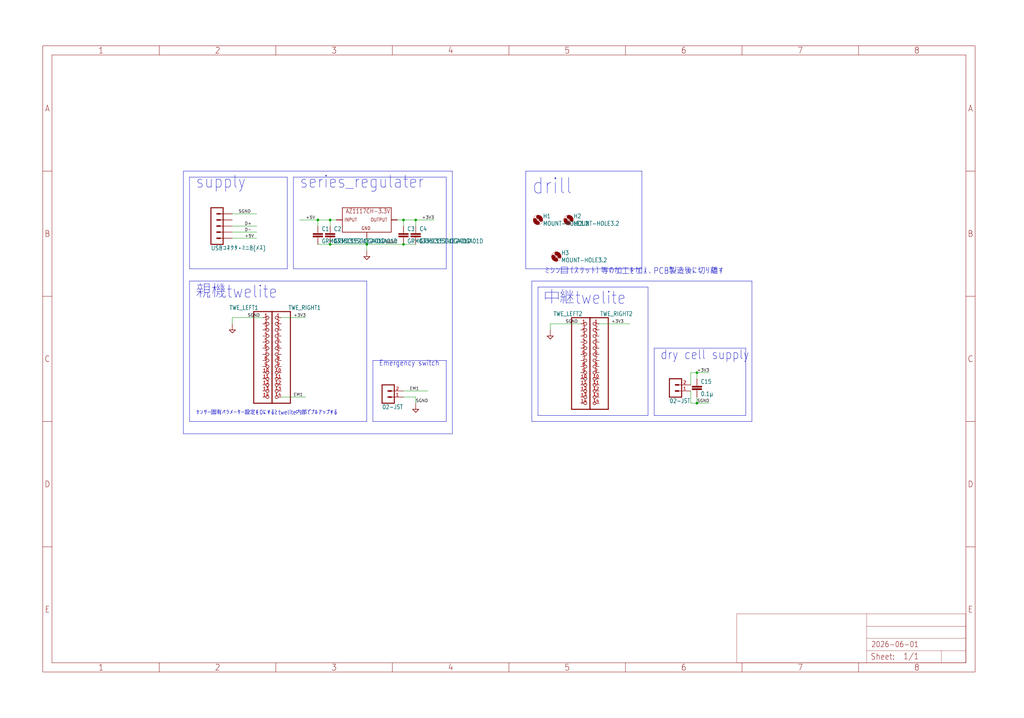
<source format=kicad_sch>
(kicad_sch (version 20230121) (generator eeschema)
  (paper "User" 425.45 298.45)
  (lib_symbols
    (symbol "remote emergency switch-eagle-import:02-JST"
      (symbol "02-JST_1_0"
        (polyline (pts (xy -1.27 2.54) (xy -1.27 -5.08)) (stroke (width 0.4064)))
        (polyline (pts (xy -1.27 2.54) (xy 3.81 2.54)) (stroke (width 0.4064)))
        (polyline (pts (xy 1.27 -2.54) (xy 2.54 -2.54)) (stroke (width 0.6096)))
        (polyline (pts (xy 1.27 0) (xy 2.54 0)) (stroke (width 0.6096)))
        (polyline (pts (xy 3.81 -5.08) (xy -1.27 -5.08)) (stroke (width 0.4064)))
        (polyline (pts (xy 3.81 -5.08) (xy 3.81 2.54)) (stroke (width 0.4064)))
        (pin passive line (at 7.62 -2.54 180) (length 5.08) (name "1") (number "1"))
        (pin passive line (at 7.62 0 180) (length 5.08) (name "2") (number "2"))
      )
    )
    (symbol "remote emergency switch-eagle-import:A3L-LOC"
      (symbol "A3L-LOC_1_0"
        (polyline (pts (xy 0 52.07) (xy 3.81 52.07)))
        (polyline (pts (xy 0 104.14) (xy 3.81 104.14)))
        (polyline (pts (xy 0 156.21) (xy 3.81 156.21)))
        (polyline (pts (xy 0 208.28) (xy 3.81 208.28)))
        (polyline (pts (xy 3.81 3.81) (xy 3.81 256.54)))
        (polyline (pts (xy 48.4188 0) (xy 48.4188 3.81)))
        (polyline (pts (xy 48.4188 256.54) (xy 48.4188 260.35)))
        (polyline (pts (xy 96.8375 0) (xy 96.8375 3.81)))
        (polyline (pts (xy 96.8375 256.54) (xy 96.8375 260.35)))
        (polyline (pts (xy 145.2563 0) (xy 145.2563 3.81)))
        (polyline (pts (xy 145.2563 256.54) (xy 145.2563 260.35)))
        (polyline (pts (xy 193.675 0) (xy 193.675 3.81)))
        (polyline (pts (xy 193.675 256.54) (xy 193.675 260.35)))
        (polyline (pts (xy 242.0938 0) (xy 242.0938 3.81)))
        (polyline (pts (xy 242.0938 256.54) (xy 242.0938 260.35)))
        (polyline (pts (xy 288.29 3.81) (xy 288.29 24.13)) (stroke (width 0.1016)))
        (polyline (pts (xy 288.29 3.81) (xy 342.265 3.81)) (stroke (width 0.1016)))
        (polyline (pts (xy 288.29 24.13) (xy 342.265 24.13)) (stroke (width 0.1016)))
        (polyline (pts (xy 290.5125 0) (xy 290.5125 3.81)))
        (polyline (pts (xy 290.5125 256.54) (xy 290.5125 260.35)))
        (polyline (pts (xy 338.9313 0) (xy 338.9313 3.81)))
        (polyline (pts (xy 338.9313 256.54) (xy 338.9313 260.35)))
        (polyline (pts (xy 342.265 3.81) (xy 373.38 3.81)) (stroke (width 0.1016)))
        (polyline (pts (xy 342.265 8.89) (xy 342.265 3.81)) (stroke (width 0.1016)))
        (polyline (pts (xy 342.265 8.89) (xy 342.265 13.97)) (stroke (width 0.1016)))
        (polyline (pts (xy 342.265 13.97) (xy 342.265 19.05)) (stroke (width 0.1016)))
        (polyline (pts (xy 342.265 13.97) (xy 383.54 13.97)) (stroke (width 0.1016)))
        (polyline (pts (xy 342.265 19.05) (xy 342.265 24.13)) (stroke (width 0.1016)))
        (polyline (pts (xy 342.265 19.05) (xy 383.54 19.05)) (stroke (width 0.1016)))
        (polyline (pts (xy 342.265 24.13) (xy 383.54 24.13)) (stroke (width 0.1016)))
        (polyline (pts (xy 373.38 3.81) (xy 373.38 8.89)) (stroke (width 0.1016)))
        (polyline (pts (xy 373.38 3.81) (xy 383.54 3.81)) (stroke (width 0.1016)))
        (polyline (pts (xy 373.38 8.89) (xy 342.265 8.89)) (stroke (width 0.1016)))
        (polyline (pts (xy 373.38 8.89) (xy 383.54 8.89)) (stroke (width 0.1016)))
        (polyline (pts (xy 383.54 3.81) (xy 3.81 3.81)))
        (polyline (pts (xy 383.54 3.81) (xy 383.54 8.89)) (stroke (width 0.1016)))
        (polyline (pts (xy 383.54 3.81) (xy 383.54 256.54)))
        (polyline (pts (xy 383.54 8.89) (xy 383.54 13.97)) (stroke (width 0.1016)))
        (polyline (pts (xy 383.54 13.97) (xy 383.54 19.05)) (stroke (width 0.1016)))
        (polyline (pts (xy 383.54 19.05) (xy 383.54 24.13)) (stroke (width 0.1016)))
        (polyline (pts (xy 383.54 52.07) (xy 387.35 52.07)))
        (polyline (pts (xy 383.54 104.14) (xy 387.35 104.14)))
        (polyline (pts (xy 383.54 156.21) (xy 387.35 156.21)))
        (polyline (pts (xy 383.54 208.28) (xy 387.35 208.28)))
        (polyline (pts (xy 383.54 256.54) (xy 3.81 256.54)))
        (polyline (pts (xy 0 0) (xy 387.35 0) (xy 387.35 260.35) (xy 0 260.35) (xy 0 0)))
        (text "${#}/${##}" (at 357.505 5.08 0) (effects (font (size 2.54 2.159)) (justify left bottom)))
        (text "${CURRENT_DATE}" (at 344.17 10.16 0) (effects (font (size 2.286 1.9431)) (justify left bottom)))
        (text "${PROJECTNAME}" (at 344.17 15.24 0) (effects (font (size 2.54 2.159)) (justify left bottom)))
        (text "1" (at 24.2094 1.905 0) (effects (font (size 2.54 2.286))))
        (text "1" (at 24.2094 258.445 0) (effects (font (size 2.54 2.286))))
        (text "2" (at 72.6281 1.905 0) (effects (font (size 2.54 2.286))))
        (text "2" (at 72.6281 258.445 0) (effects (font (size 2.54 2.286))))
        (text "3" (at 121.0469 1.905 0) (effects (font (size 2.54 2.286))))
        (text "3" (at 121.0469 258.445 0) (effects (font (size 2.54 2.286))))
        (text "4" (at 169.4656 1.905 0) (effects (font (size 2.54 2.286))))
        (text "4" (at 169.4656 258.445 0) (effects (font (size 2.54 2.286))))
        (text "5" (at 217.8844 1.905 0) (effects (font (size 2.54 2.286))))
        (text "5" (at 217.8844 258.445 0) (effects (font (size 2.54 2.286))))
        (text "6" (at 266.3031 1.905 0) (effects (font (size 2.54 2.286))))
        (text "6" (at 266.3031 258.445 0) (effects (font (size 2.54 2.286))))
        (text "7" (at 314.7219 1.905 0) (effects (font (size 2.54 2.286))))
        (text "7" (at 314.7219 258.445 0) (effects (font (size 2.54 2.286))))
        (text "8" (at 363.1406 1.905 0) (effects (font (size 2.54 2.286))))
        (text "8" (at 363.1406 258.445 0) (effects (font (size 2.54 2.286))))
        (text "A" (at 1.905 234.315 0) (effects (font (size 2.54 2.286))))
        (text "A" (at 385.445 234.315 0) (effects (font (size 2.54 2.286))))
        (text "B" (at 1.905 182.245 0) (effects (font (size 2.54 2.286))))
        (text "B" (at 385.445 182.245 0) (effects (font (size 2.54 2.286))))
        (text "C" (at 1.905 130.175 0) (effects (font (size 2.54 2.286))))
        (text "C" (at 385.445 130.175 0) (effects (font (size 2.54 2.286))))
        (text "D" (at 1.905 78.105 0) (effects (font (size 2.54 2.286))))
        (text "D" (at 385.445 78.105 0) (effects (font (size 2.54 2.286))))
        (text "E" (at 1.905 26.035 0) (effects (font (size 2.54 2.286))))
        (text "E" (at 385.445 26.035 0) (effects (font (size 2.54 2.286))))
        (text "Sheet:" (at 343.916 4.953 0) (effects (font (size 2.54 2.159)) (justify left bottom)))
      )
    )
    (symbol "remote emergency switch-eagle-import:C-EU025-024X044"
      (property "Reference" "C" (at 1.524 0.381 0))
      (symbol "C-EU025-024X044_1_0"
        (rectangle (start -2.032 -2.032) (end 2.032 -1.524) (fill (type outline)))
        (rectangle (start -2.032 -1.016) (end 2.032 -0.508) (fill (type outline)))
        (polyline (pts (xy 0 -2.54) (xy 0 -2.032)) (stroke (width 0.1524)))
        (polyline (pts (xy 0 0) (xy 0 -0.508)) (stroke (width 0.1524)))
        (pin passive line (at 0 2.54 270) (length 2.54) (name "1") (number "1"))
        (pin passive line (at 0 -5.08 90) (length 2.54) (name "2") (number "2"))
      )
    )
    (symbol "remote emergency switch-eagle-import:GND" (power)
      (property "Value" "GND" (at -1.905 -3.175 0))
      (symbol "GND_1_0"
        (polyline (pts (xy -1.27 0) (xy 1.27 0)) (stroke (width 0.254)))
        (polyline (pts (xy 0 -1.27) (xy -1.27 0)) (stroke (width 0.254)))
        (polyline (pts (xy 1.27 0) (xy 0 -1.27)) (stroke (width 0.254)))
        (pin power_in line (at 0 2.54 270) (length 2.54) (name "GND") (number "1"))
      )
    )
    (symbol "remote emergency switch-eagle-import:GRM0335C1E240GA01D"
      (property "Reference" "C" (at 1.524 0.381 0))
      (symbol "GRM0335C1E240GA01D_1_0"
        (rectangle (start -2.032 -2.032) (end 2.032 -1.524) (fill (type outline)))
        (rectangle (start -2.032 -1.016) (end 2.032 -0.508) (fill (type outline)))
        (polyline (pts (xy 0 -2.54) (xy 0 -2.032)) (stroke (width 0.1524)))
        (polyline (pts (xy 0 0) (xy 0 -0.508)) (stroke (width 0.1524)))
        (pin passive line (at 0 2.54 270) (length 2.54) (name "1") (number "1"))
        (pin passive line (at 0 -5.08 90) (length 2.54) (name "2") (number "2"))
      )
    )
    (symbol "remote emergency switch-eagle-import:MOUNT-HOLE3.2"
      (property "Reference" "H" (at 2.032 0.5842 0))
      (symbol "MOUNT-HOLE3.2_1_0"
        (arc (start -1.27 0) (mid -0.898 -0.898) (end 0 -1.27) (stroke (width 1.524)))
        (polyline (pts (xy -0.508 0) (xy 0.508 0)) (stroke (width 0.0508)))
        (polyline (pts (xy 0 0.508) (xy 0 -0.508)) (stroke (width 0.0508)))
        (circle (center 0 0) (radius 0.508) (stroke (width 0.0508)))
        (circle (center 0 0) (radius 2.032) (stroke (width 0.0508)))
        (arc (start 1.27 0) (mid 0.898 0.898) (end 0 1.27) (stroke (width 1.524)))
      )
    )
    (symbol "remote emergency switch-eagle-import:PINHD-1X14"
      (property "Reference" "JP" (at -6.35 18.415 0))
      (symbol "PINHD-1X14_1_0"
        (polyline (pts (xy -6.35 -20.32) (xy 1.27 -20.32)) (stroke (width 0.4064)))
        (polyline (pts (xy -6.35 17.78) (xy -6.35 -20.32)) (stroke (width 0.4064)))
        (polyline (pts (xy 1.27 -20.32) (xy 1.27 17.78)) (stroke (width 0.4064)))
        (polyline (pts (xy 1.27 17.78) (xy -6.35 17.78)) (stroke (width 0.4064)))
        (pin passive inverted (at -2.54 15.24 0) (length 2.54) (name "1") (number "1"))
        (pin passive inverted (at -2.54 -7.62 0) (length 2.54) (name "10") (number "10"))
        (pin passive inverted (at -2.54 -10.16 0) (length 2.54) (name "11") (number "11"))
        (pin passive inverted (at -2.54 -12.7 0) (length 2.54) (name "12") (number "12"))
        (pin passive inverted (at -2.54 -15.24 0) (length 2.54) (name "13") (number "13"))
        (pin passive inverted (at -2.54 -17.78 0) (length 2.54) (name "14") (number "14"))
        (pin passive inverted (at -2.54 12.7 0) (length 2.54) (name "2") (number "2"))
        (pin passive inverted (at -2.54 10.16 0) (length 2.54) (name "3") (number "3"))
        (pin passive inverted (at -2.54 7.62 0) (length 2.54) (name "4") (number "4"))
        (pin passive inverted (at -2.54 5.08 0) (length 2.54) (name "5") (number "5"))
        (pin passive inverted (at -2.54 2.54 0) (length 2.54) (name "6") (number "6"))
        (pin passive inverted (at -2.54 0 0) (length 2.54) (name "7") (number "7"))
        (pin passive inverted (at -2.54 -2.54 0) (length 2.54) (name "8") (number "8"))
        (pin passive inverted (at -2.54 -5.08 0) (length 2.54) (name "9") (number "9"))
      )
    )
    (symbol "remote emergency switch-eagle-import:ＡＺ１１１７ＣＨ－３．３ＴＲＧ１"
      (symbol "ＡＺ１１１７ＣＨ－３．３ＴＲＧ１_1_0"
        (polyline (pts (xy -10.16 -5.08) (xy -10.16 0)) (stroke (width 0.254)))
        (polyline (pts (xy -10.16 0) (xy -12.7 0)) (stroke (width 0.254)))
        (polyline (pts (xy -10.16 0) (xy -10.16 5.08)) (stroke (width 0.254)))
        (polyline (pts (xy -10.16 5.08) (xy 10.16 5.08)) (stroke (width 0.254)))
        (polyline (pts (xy 0 -5.08) (xy -10.16 -5.08)) (stroke (width 0.254)))
        (polyline (pts (xy 0 -5.08) (xy 0 -7.62)) (stroke (width 0.254)))
        (polyline (pts (xy 10.16 -5.08) (xy 0 -5.08)) (stroke (width 0.254)))
        (polyline (pts (xy 10.16 0) (xy 10.16 -5.08)) (stroke (width 0.254)))
        (polyline (pts (xy 10.16 0) (xy 12.7 0)) (stroke (width 0.254)))
        (polyline (pts (xy 10.16 5.08) (xy 10.16 0)) (stroke (width 0.254)))
        (text "AZ1117CH-3.3V" (at -8.8138 2.6162 0) (effects (font (size 1.778 1.5113)) (justify left bottom)))
        (text "GND" (at -2.286 -4.318 0) (effects (font (size 1.4224 1.209)) (justify left bottom)))
        (text "INPUT" (at -9.398 -0.762 0) (effects (font (size 1.4224 1.209)) (justify left bottom)))
        (text "OUTPUT" (at 1.524 -0.762 0) (effects (font (size 1.4224 1.209)) (justify left bottom)))
        (pin bidirectional line (at 0 -7.62 90) (length 2.54) (name "GND") (number "ADJ/GND"))
        (pin bidirectional line (at -12.7 0 0) (length 2.54) (name "INPUT") (number "INPUT"))
        (pin bidirectional line (at 12.7 0 180) (length 2.54) (name "OUTPUT") (number "OUTPUT"))
        (pin bidirectional line (at 12.7 0 180) (length 2.54) (name "OUTPUT") (number "VOUT"))
      )
    )
    (symbol "remote emergency switch-eagle-import:ＵＳＢコネクタ・ミニＢ(メス)"
      (symbol "ＵＳＢコネクタ・ミニＢ(メス)_1_0"
        (polyline (pts (xy -1.27 7.62) (xy -1.27 -7.62)) (stroke (width 0.4064)))
        (polyline (pts (xy -1.27 7.62) (xy 3.81 7.62)) (stroke (width 0.4064)))
        (polyline (pts (xy 1.27 -5.08) (xy 2.54 -5.08)) (stroke (width 0.6096)))
        (polyline (pts (xy 1.27 -2.54) (xy 2.54 -2.54)) (stroke (width 0.6096)))
        (polyline (pts (xy 1.27 0) (xy 2.54 0)) (stroke (width 0.6096)))
        (polyline (pts (xy 1.27 2.54) (xy 2.54 2.54)) (stroke (width 0.6096)))
        (polyline (pts (xy 1.27 5.08) (xy 2.54 5.08)) (stroke (width 0.6096)))
        (polyline (pts (xy 3.81 -7.62) (xy -1.27 -7.62)) (stroke (width 0.4064)))
        (polyline (pts (xy 3.81 -7.62) (xy 3.81 7.62)) (stroke (width 0.4064)))
        (pin passive line (at 7.62 0 180) (length 5.08) (name "3") (number "D+"))
        (pin passive line (at 7.62 -2.54 180) (length 5.08) (name "2") (number "D-"))
        (pin passive line (at 7.62 5.08 180) (length 5.08) (name "5") (number "GND"))
        (pin passive line (at 7.62 2.54 180) (length 5.08) (name "4") (number "ID"))
        (pin passive line (at 7.62 -5.08 180) (length 5.08) (name "1") (number "VBUS"))
      )
    )
  )
  (junction (at 152.4 101.6))
  (junction (at 172.72 91.44))
  (junction (at 289.56 167.64))
  (junction (at 289.56 154.94))
  (junction (at 137.16 91.44))
  (junction (at 167.64 101.6))
  (junction (at 137.16 101.6))
  (junction (at 132.08 91.44))
  (junction (at 167.64 91.44))
  (polyline (pts (xy 78.74 175.26) (xy 152.4 175.26)) (stroke (width 0.1524) (type solid)))
  (wire (pts (xy 165.1 91.44) (xy 167.64 91.44)) (stroke (width 0.1524)))
  (polyline (pts (xy 119.38 111.76) (xy 119.38 73.66)) (stroke (width 0.1524) (type solid)))
  (polyline (pts (xy 271.78 172.72) (xy 309.88 172.72)) (stroke (width 0.1524) (type solid)))
  (polyline (pts (xy 187.96 180.34) (xy 76.2 180.34)) (stroke (width 0.1524) (type solid)))
  (wire (pts (xy 287.02 154.94) (xy 289.56 154.94)) (stroke (width 0.1524)))
  (polyline (pts (xy 76.2 180.34) (xy 76.2 71.12)) (stroke (width 0.1524) (type solid)))
  (polyline (pts (xy 152.4 116.84) (xy 78.74 116.84)) (stroke (width 0.1524) (type solid)))
  (polyline (pts (xy 121.92 73.66) (xy 121.92 111.76)) (stroke (width 0.1524) (type solid)))
  (polyline (pts (xy 266.7 111.76) (xy 218.44 111.76)) (stroke (width 0.1524) (type solid)))
  (wire (pts (xy 241.3 134.62) (xy 228.6 134.62)) (stroke (width 0.1524)))
  (wire (pts (xy 167.64 91.44) (xy 172.72 91.44)) (stroke (width 0.1524)))
  (wire (pts (xy 96.52 134.62) (xy 96.52 132.08)) (stroke (width 0.1524)))
  (wire (pts (xy 132.08 93.98) (xy 132.08 91.44)) (stroke (width 0.1524)))
  (wire (pts (xy 289.56 165.1) (xy 289.56 167.64)) (stroke (width 0.1524)))
  (wire (pts (xy 96.52 96.52) (xy 106.68 96.52)) (stroke (width 0.1524)))
  (wire (pts (xy 172.72 91.44) (xy 180.34 91.44)) (stroke (width 0.1524)))
  (polyline (pts (xy 119.38 73.66) (xy 78.74 73.66)) (stroke (width 0.1524) (type solid)))
  (wire (pts (xy 287.02 162.56) (xy 287.02 167.64)) (stroke (width 0.1524)))
  (polyline (pts (xy 269.24 172.72) (xy 269.24 119.38)) (stroke (width 0.1524) (type solid)))
  (wire (pts (xy 96.52 88.9) (xy 106.68 88.9)) (stroke (width 0.1524)))
  (polyline (pts (xy 154.94 175.26) (xy 154.94 149.86)) (stroke (width 0.1524) (type solid)))
  (polyline (pts (xy 223.52 119.38) (xy 223.52 172.72)) (stroke (width 0.1524) (type solid)))
  (polyline (pts (xy 309.88 144.78) (xy 271.78 144.78)) (stroke (width 0.1524) (type solid)))
  (polyline (pts (xy 223.52 172.72) (xy 269.24 172.72)) (stroke (width 0.1524) (type solid)))
  (wire (pts (xy 167.64 93.98) (xy 167.64 91.44)) (stroke (width 0.1524)))
  (polyline (pts (xy 185.42 149.86) (xy 185.42 175.26)) (stroke (width 0.1524) (type solid)))
  (polyline (pts (xy 269.24 119.38) (xy 223.52 119.38)) (stroke (width 0.1524) (type solid)))
  (wire (pts (xy 96.52 132.08) (xy 109.22 132.08)) (stroke (width 0.1524)))
  (polyline (pts (xy 218.44 71.12) (xy 266.7 71.12)) (stroke (width 0.1524) (type solid)))
  (polyline (pts (xy 185.42 73.66) (xy 121.92 73.66)) (stroke (width 0.1524) (type solid)))
  (wire (pts (xy 289.56 154.94) (xy 294.64 154.94)) (stroke (width 0.1524)))
  (polyline (pts (xy 187.96 71.12) (xy 187.96 180.34)) (stroke (width 0.1524) (type solid)))
  (wire (pts (xy 287.02 167.64) (xy 289.56 167.64)) (stroke (width 0.1524)))
  (wire (pts (xy 289.56 167.64) (xy 294.64 167.64)) (stroke (width 0.1524)))
  (wire (pts (xy 116.84 132.08) (xy 127 132.08)) (stroke (width 0.1524)))
  (wire (pts (xy 287.02 160.02) (xy 287.02 154.94)) (stroke (width 0.1524)))
  (wire (pts (xy 152.4 99.06) (xy 152.4 101.6)) (stroke (width 0.1524)))
  (polyline (pts (xy 121.92 111.76) (xy 185.42 111.76)) (stroke (width 0.1524) (type solid)))
  (polyline (pts (xy 309.88 172.72) (xy 309.88 144.78)) (stroke (width 0.1524) (type solid)))
  (wire (pts (xy 132.08 91.44) (xy 124.46 91.44)) (stroke (width 0.1524)))
  (polyline (pts (xy 220.98 175.26) (xy 220.98 116.84)) (stroke (width 0.1524) (type solid)))
  (polyline (pts (xy 154.94 149.86) (xy 185.42 149.86)) (stroke (width 0.1524) (type solid)))
  (polyline (pts (xy 271.78 144.78) (xy 271.78 172.72)) (stroke (width 0.1524) (type solid)))
  (polyline (pts (xy 218.44 111.76) (xy 218.44 71.12)) (stroke (width 0.1524) (type solid)))
  (wire (pts (xy 96.52 99.06) (xy 106.68 99.06)) (stroke (width 0.1524)))
  (wire (pts (xy 139.7 91.44) (xy 137.16 91.44)) (stroke (width 0.1524)))
  (wire (pts (xy 116.84 165.1) (xy 127 165.1)) (stroke (width 0.1524)))
  (wire (pts (xy 132.08 101.6) (xy 137.16 101.6)) (stroke (width 0.1524)))
  (wire (pts (xy 228.6 134.62) (xy 228.6 137.16)) (stroke (width 0.1524)))
  (wire (pts (xy 137.16 101.6) (xy 152.4 101.6)) (stroke (width 0.1524)))
  (wire (pts (xy 167.64 101.6) (xy 172.72 101.6)) (stroke (width 0.1524)))
  (wire (pts (xy 96.52 93.98) (xy 106.68 93.98)) (stroke (width 0.1524)))
  (wire (pts (xy 137.16 93.98) (xy 137.16 91.44)) (stroke (width 0.1524)))
  (wire (pts (xy 172.72 93.98) (xy 172.72 91.44)) (stroke (width 0.1524)))
  (polyline (pts (xy 312.42 116.84) (xy 312.42 175.26)) (stroke (width 0.1524) (type solid)))
  (polyline (pts (xy 78.74 111.76) (xy 119.38 111.76)) (stroke (width 0.1524) (type solid)))
  (wire (pts (xy 289.56 157.48) (xy 289.56 154.94)) (stroke (width 0.1524)))
  (polyline (pts (xy 78.74 73.66) (xy 78.74 111.76)) (stroke (width 0.1524) (type solid)))
  (wire (pts (xy 172.72 165.1) (xy 172.72 167.64)) (stroke (width 0.1524)))
  (polyline (pts (xy 152.4 175.26) (xy 152.4 116.84)) (stroke (width 0.1524) (type solid)))
  (wire (pts (xy 167.64 101.6) (xy 152.4 101.6)) (stroke (width 0.1524)))
  (polyline (pts (xy 78.74 116.84) (xy 78.74 175.26)) (stroke (width 0.1524) (type solid)))
  (polyline (pts (xy 312.42 175.26) (xy 220.98 175.26)) (stroke (width 0.1524) (type solid)))
  (polyline (pts (xy 220.98 116.84) (xy 312.42 116.84)) (stroke (width 0.1524) (type solid)))
  (wire (pts (xy 152.4 101.6) (xy 152.4 104.14)) (stroke (width 0.1524)))
  (polyline (pts (xy 185.42 111.76) (xy 185.42 73.66)) (stroke (width 0.1524) (type solid)))
  (wire (pts (xy 167.64 162.56) (xy 177.8 162.56)) (stroke (width 0.1524)))
  (wire (pts (xy 248.92 134.62) (xy 261.62 134.62)) (stroke (width 0.1524)))
  (polyline (pts (xy 185.42 175.26) (xy 154.94 175.26)) (stroke (width 0.1524) (type solid)))
  (wire (pts (xy 167.64 165.1) (xy 172.72 165.1)) (stroke (width 0.1524)))
  (polyline (pts (xy 76.2 71.12) (xy 187.96 71.12)) (stroke (width 0.1524) (type solid)))
  (wire (pts (xy 137.16 91.44) (xy 132.08 91.44)) (stroke (width 0.1524)))
  (polyline (pts (xy 266.7 71.12) (xy 266.7 111.76)) (stroke (width 0.1524) (type solid)))
  (text "dry cell supply" (at 274.32 149.86 0) (effects (font (size 3.81 3.2385)) (justify left bottom)))
  (text "ミシン目（スリット）等の加工を加え、PCB製造後に切り離す" (at 226.06 114.3 0) (effects (font (size 2.54 2.159)) (justify left bottom)))
  (text "series_regulater" (at 124.46 78.74 0) (effects (font (size 5.08 4.318)) (justify left bottom)))
  (text "親機twelite" (at 81.28 124.46 0) (effects (font (size 5.08 4.318)) (justify left bottom)))
  (text "drill" (at 220.98 81.28 0) (effects (font (size 6.4516 5.4838)) (justify left bottom)))
  (text "中継twelite" (at 226.06 127 0) (effects (font (size 5.08 4.318)) (justify left bottom)))
  (text "Emergency switch" (at 157.48 152.4 0) (effects (font (size 2.1844 1.8567)) (justify left bottom)))
  (text "supply" (at 81.28 78.74 0) (effects (font (size 5.08 4.318)) (justify left bottom)))
  (text "センサー固有パラメーター設定を０にするとtwelite内部でプルアップする" (at 81.28 172.72 0) (effects (font (size 1.778 1.5113)) (justify left bottom)))
  (label "+5V" (at 101.6 99.06 0) (effects (font (size 1.2446 1.2446))))
  (label "+5V" (at 127 91.44 0) (effects (font (size 1.2446 1.2446))))
  (label "+3V3" (at 175.26 91.44 0) (effects (font (size 1.2446 1.2446))))
  (label "SGND" (at 172.72 167.64 0) (effects (font (size 1.2446 1.2446))))
  (label "SGND" (at 234.95 134.62 0) (effects (font (size 1.2446 1.2446))))
  (label "SGND" (at 160.02 101.6 0) (effects (font (size 1.2446 1.2446))))
  (label "SGND" (at 102.87 132.08 0) (effects (font (size 1.2446 1.2446))))
  (label "+3V3" (at 254 134.62 0) (effects (font (size 1.2446 1.2446))))
  (label "D-" (at 101.6 96.52 0) (effects (font (size 1.2446 1.2446))))
  (label "SGND" (at 99.06 88.9 0) (effects (font (size 1.2446 1.2446))))
  (label "D+" (at 101.6 93.98 0) (effects (font (size 1.2446 1.2446))))
  (label "EM1" (at 121.92 165.1 0) (effects (font (size 1.2446 1.2446))))
  (label "EM1" (at 170.18 162.56 0) (effects (font (size 1.2446 1.2446))))
  (label "+3V3" (at 121.92 132.08 0) (effects (font (size 1.2446 1.2446))))
  (label "+3V3" (at 289.56 154.94 0) (effects (font (size 1.2446 1.2446))))
  (label "SGND" (at 289.56 167.64 0) (effects (font (size 1.2446 1.2446))))
  (symbol (lib_id "remote emergency switch-eagle-import:GND") (at 152.4 106.68 0) (unit 1)
    (property "Reference" "#SUPPLY17" (effects hide))
    (property "Value" "GND" (effects hide))
  )
  (symbol (lib_id "remote emergency switch-eagle-import:PINHD-1X14") (at 246.38 149.86 0) (mirror y) (unit 1)
    (property "Reference" "TWE_RIGHT2" (at 262.89 131.445 0) (effects (font (size 1.778 1.5113)) (justify left bottom)))
    (property "Value" "PINHD-1X14" (effects hide))
    (property "Footprint" "remote emergency switch:1X14" (effects hide))
  )
  (symbol (lib_id "remote emergency switch-eagle-import:A3L-LOC") (at 17.78 279.4 0) (unit 1)
    (property "Reference" "#FRAME1" (effects hide))
    (property "Value" "A3L-LOC" (effects hide))
  )
  (symbol (lib_id "remote emergency switch-eagle-import:GND") (at 96.52 137.16 0) (unit 1)
    (property "Reference" "#SUPPLY15" (effects hide))
    (property "Value" "GND" (effects hide))
  )
  (symbol (lib_id "remote emergency switch-eagle-import:GRM0335C1E240GA01D") (at 167.64 96.52 0) (unit 1)
    (property "Reference" "C3" (at 169.164 96.139 0) (effects (font (size 1.778 1.5113)) (justify left bottom)))
    (property "Value" "GRM0335C1E240GA01D" (at 169.164 101.219 0) (effects (font (size 1.778 1.5113)) (justify left bottom)))
    (property "Footprint" "remote emergency switch:GRM0335C1E240GA01D" (effects hide))
  )
  (symbol (lib_id "remote emergency switch-eagle-import:GRM0335C1E240GA01D") (at 172.72 96.52 0) (unit 1)
    (property "Reference" "C4" (at 174.244 96.139 0) (effects (font (size 1.778 1.5113)) (justify left bottom)))
    (property "Value" "GRM0335C1E240GA01D" (at 174.244 101.219 0) (effects (font (size 1.778 1.5113)) (justify left bottom)))
    (property "Footprint" "remote emergency switch:GRM0335C1E240GA01D" (effects hide))
  )
  (symbol (lib_id "remote emergency switch-eagle-import:GRM0335C1E240GA01D") (at 137.16 96.52 0) (unit 1)
    (property "Reference" "C2" (at 138.684 96.139 0) (effects (font (size 1.778 1.5113)) (justify left bottom)))
    (property "Value" "GRM0335C1E240GA01D" (at 138.684 101.219 0) (effects (font (size 1.778 1.5113)) (justify left bottom)))
    (property "Footprint" "remote emergency switch:GRM0335C1E240GA01D" (effects hide))
  )
  (symbol (lib_id "remote emergency switch-eagle-import:GND") (at 228.6 139.7 0) (unit 1)
    (property "Reference" "#SUPPLY9" (effects hide))
    (property "Value" "GND" (effects hide))
  )
  (symbol (lib_id "remote emergency switch-eagle-import:MOUNT-HOLE3.2") (at 231.14 106.68 0) (unit 1)
    (property "Reference" "H3" (at 233.172 106.0958 0) (effects (font (size 1.778 1.5113)) (justify left bottom)))
    (property "Value" "MOUNT-HOLE3.2" (at 233.172 109.1438 0) (effects (font (size 1.778 1.5113)) (justify left bottom)))
    (property "Footprint" "remote emergency switch:3,2" (effects hide))
  )
  (symbol (lib_id "remote emergency switch-eagle-import:ＵＳＢコネクタ・ミニＢ(メス)") (at 88.9 93.98 0) (unit 1)
    (property "Reference" "DEVICE0" (effects hide))
    (property "Value" "ＵＳＢコネクタ・ミニＢ(メス)" (at 87.63 104.14 0) (effects (font (size 1.778 1.5113)) (justify left bottom)))
    (property "Footprint" "remote emergency switch:ＵＳＢコネクタ・ミニＢ(メス)" (effects hide))
  )
  (symbol (lib_id "remote emergency switch-eagle-import:02-JST") (at 160.02 162.56 0) (unit 1)
    (property "Reference" "EME1" (effects hide))
    (property "Value" "02-JST" (at 158.75 170.18 0) (effects (font (size 1.778 1.5113)) (justify left bottom)))
    (property "Footprint" "remote emergency switch:B2B-XH" (effects hide))
  )
  (symbol (lib_id "remote emergency switch-eagle-import:ＡＺ１１１７ＣＨ－３．３ＴＲＧ１") (at 152.4 91.44 0) (unit 1)
    (property "Reference" "REGYURETA0" (effects hide))
    (property "Value" "ＡＺ１１１７ＣＨ－３．３ＴＲＧ１" (effects hide))
    (property "Footprint" "remote emergency switch:ＡＺ１１１７ＣＨ－３．３ＴＲＧ１" (effects hide))
  )
  (symbol (lib_id "remote emergency switch-eagle-import:PINHD-1X14") (at 243.84 149.86 0) (unit 1)
    (property "Reference" "TWE_LEFT2" (at 229.87 131.445 0) (effects (font (size 1.778 1.5113)) (justify left bottom)))
    (property "Value" "PINHD-1X14" (effects hide))
    (property "Footprint" "remote emergency switch:1X14" (effects hide))
  )
  (symbol (lib_id "remote emergency switch-eagle-import:MOUNT-HOLE3.2") (at 223.52 91.44 0) (unit 1)
    (property "Reference" "H1" (at 225.552 90.8558 0) (effects (font (size 1.778 1.5113)) (justify left bottom)))
    (property "Value" "MOUNT-HOLE3.2" (at 225.552 93.9038 0) (effects (font (size 1.778 1.5113)) (justify left bottom)))
    (property "Footprint" "remote emergency switch:3,2" (effects hide))
  )
  (symbol (lib_id "remote emergency switch-eagle-import:PINHD-1X14") (at 114.3 147.32 0) (mirror y) (unit 1)
    (property "Reference" "TWE_RIGHT1" (at 133.35 128.905 0) (effects (font (size 1.778 1.5113)) (justify left bottom)))
    (property "Value" "PINHD-1X14" (effects hide))
    (property "Footprint" "remote emergency switch:1X14" (effects hide))
  )
  (symbol (lib_id "remote emergency switch-eagle-import:MOUNT-HOLE3.2") (at 236.22 91.44 0) (unit 1)
    (property "Reference" "H2" (at 238.252 90.8558 0) (effects (font (size 1.778 1.5113)) (justify left bottom)))
    (property "Value" "MOUNT-HOLE3.2" (at 238.252 93.9038 0) (effects (font (size 1.778 1.5113)) (justify left bottom)))
    (property "Footprint" "remote emergency switch:3,2" (effects hide))
  )
  (symbol (lib_id "remote emergency switch-eagle-import:PINHD-1X14") (at 111.76 147.32 0) (unit 1)
    (property "Reference" "TWE_LEFT1" (at 95.25 128.905 0) (effects (font (size 1.778 1.5113)) (justify left bottom)))
    (property "Value" "PINHD-1X14" (effects hide))
    (property "Footprint" "remote emergency switch:1X14" (effects hide))
  )
  (symbol (lib_id "remote emergency switch-eagle-import:GND") (at 172.72 170.18 0) (unit 1)
    (property "Reference" "#SUPPLY14" (effects hide))
    (property "Value" "GND" (effects hide))
  )
  (symbol (lib_id "remote emergency switch-eagle-import:02-JST") (at 279.4 160.02 0) (unit 1)
    (property "Reference" "CELL_SUPPLY0" (effects hide))
    (property "Value" "02-JST" (at 278.13 167.64 0) (effects (font (size 1.778 1.5113)) (justify left bottom)))
    (property "Footprint" "remote emergency switch:B2B-XH" (effects hide))
  )
  (symbol (lib_id "remote emergency switch-eagle-import:GRM0335C1E240GA01D") (at 132.08 96.52 0) (unit 1)
    (property "Reference" "C1" (at 133.604 96.139 0) (effects (font (size 1.778 1.5113)) (justify left bottom)))
    (property "Value" "GRM0335C1E240GA01D" (at 133.604 101.219 0) (effects (font (size 1.778 1.5113)) (justify left bottom)))
    (property "Footprint" "remote emergency switch:GRM0335C1E240GA01D" (effects hide))
  )
  (symbol (lib_id "remote emergency switch-eagle-import:C-EU025-024X044") (at 289.56 160.02 0) (unit 1)
    (property "Reference" "C15" (at 291.084 159.639 0) (effects (font (size 1.778 1.5113)) (justify left bottom)))
    (property "Value" "0.1μ" (at 291.084 164.719 0) (effects (font (size 1.778 1.5113)) (justify left bottom)))
    (property "Footprint" "remote emergency switch:C025-024X044" (effects hide))
  )
)
</source>
